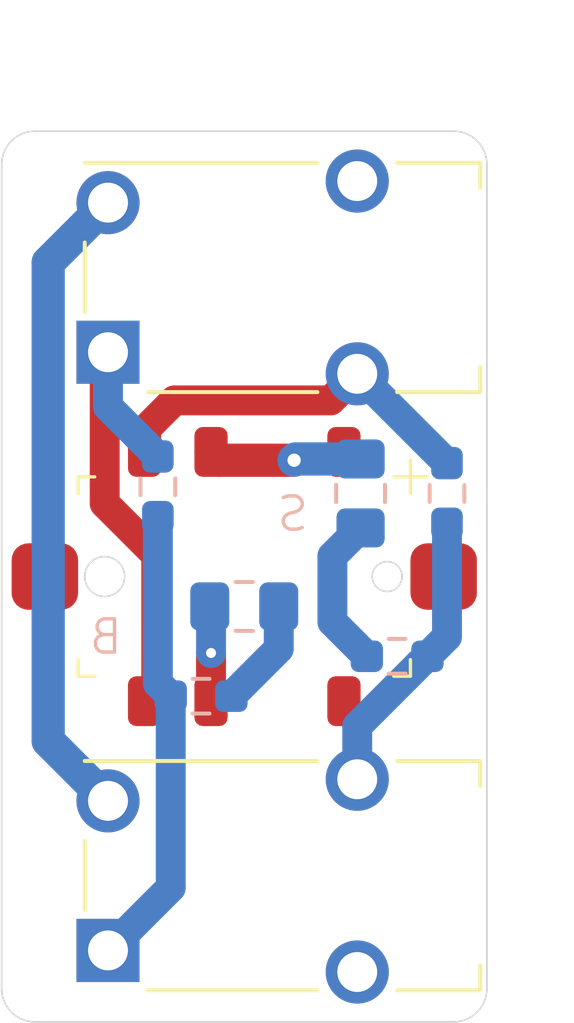
<source format=kicad_pcb>
(kicad_pcb (version 20221018) (generator pcbnew)
  (layers (0 "F.Cu" signal) (31 "B.Cu" signal) (34 "B.Paste" user) (35 "F.Paste" user) (36 "B.SilkS" user "B.Silkscreen") (37 "F.SilkS" user "F.Silkscreen") (38 "B.Mask" user) (39 "F.Mask" user) (44 "Edge.Cuts" user))
  (net 0 "")
  (net 1 "Net-(J2-PadR)")
  (net 2 "Net-(C1-Pad2)")
  (net 3 "Net-(C2-Pad2)")
  (net 4 "Net-(J2-PadT)")
  (net 5 "Net-(C2-Pad1)")
  (net 6 "Net-(J1-PadT)")
  (net 7 "Net-(J1-PadR)")
  (net 10 "Net-(J1-PadS)")
  (net 11 "Net-(C1-Pad1)")
  (footprint "Connector_Audio:Jack_3.5mm_Switronic_ST-005-G_horizontal" (layer "F.Cu") (at 2.4 -9 180)
    (fp_text reference "J1" hide)
    (fp_text value "AudioJack3")
    (fp_line (start -4.7 -3.45) (end -2.2 -3.45) (stroke (width 0.12)) (layer "F.SilkS"))
    (fp_line (start -4.7 -2.7) (end -4.7 -3.45) (stroke (width 0.12)) (layer "F.SilkS"))
    (fp_line (start -4.7 3.45) (end -4.7 2.7) (stroke (width 0.12)) (layer "F.SilkS"))
    (fp_line (start -2.2 3.45) (end -4.7 3.45) (stroke (width 0.12)) (layer "F.SilkS"))
    (fp_line (start 0.2 -3.45) (end 5.3 -3.45) (stroke (width 0.12)) (layer "F.SilkS"))
    (fp_line (start 0.2 3.45) (end 7.2 3.45) (stroke (width 0.12)) (layer "F.SilkS"))
    (fp_line (start 7.2 -1.05) (end 7.2 1.05) (stroke (width 0.12)) (layer "F.SilkS"))
    (pad "" np_thru_hole circle (at 2.5 -2.5 180) (size 1 1) (drill 1) (layers "*.Cu" "*.Mask"))
    (pad "" np_thru_hole circle (at 2.5 2.5 180) (size 1 1) (drill 1) (layers "*.Cu" "*.Mask"))
    (pad "R" thru_hole rect (at 6.5 -2.25 180) (size 1.9 1.9) (drill 1.2) (layers "*.Cu" "*.Mask") (net 7 "Net-(J1-PadR)"))
    (pad "S" thru_hole circle (at 6.5 2.25 180) (size 1.9 1.9) (drill 1.2) (layers "*.Cu" "*.Mask") (net 10 "Net-(J1-PadS)"))
    (pad "T" thru_hole circle (at -1 -2.9 180) (size 1.9 1.9) (drill 1.2) (layers "*.Cu" "*.Mask") (net 6 "Net-(J1-PadT)"))
    (pad "T" thru_hole circle (at -1 2.9 180) (size 1.9 1.9) (drill 1.2) (layers "*.Cu" "*.Mask") (net 6 "Net-(J1-PadT)"))
  )
  (footprint "mylib:CMS-2202TB" (layer "F.Cu") (at 0 0 180)
    (fp_text reference "SW1" hide)
    (fp_text value "~")
    (fp_line (start -5 -3) (end -5 -2.5) (stroke (width 0.1)) (layer "F.SilkS"))
    (fp_line (start -5 -3) (end -4.5 -3) (stroke (width 0.1)) (layer "F.SilkS"))
    (fp_line (start -5 3) (end -5.5 3) (stroke (width 0.1)) (layer "F.SilkS"))
    (fp_line (start -5 3) (end -5 2.5) (stroke (width 0.1)) (layer "F.SilkS"))
    (fp_line (start -5 3) (end -5 3.5) (stroke (width 0.1)) (layer "F.SilkS"))
    (fp_line (start -5 3) (end -4.5 3) (stroke (width 0.1)) (layer "F.SilkS"))
    (fp_line (start 4.5 -3) (end 5 -3) (stroke (width 0.1)) (layer "F.SilkS"))
    (fp_line (start 5 -3) (end 5 -2.5) (stroke (width 0.1)) (layer "F.SilkS"))
    (fp_line (start 5 3) (end 4.5 3) (stroke (width 0.1)) (layer "F.SilkS"))
    (fp_line (start 5 3) (end 5 2.5) (stroke (width 0.1)) (layer "F.SilkS"))
    (fp_circle (center -4.3 0) (end -3.85 0) (stroke (width 0.05)) (fill none) (layer "Edge.Cuts"))
    (fp_circle (center 4.2 0) (end 4.8 0) (stroke (width 0.05)) (fill none) (layer "Edge.Cuts"))
    (pad "" smd roundrect (at -6 0 180) (size 2 2) (layers "F.Cu" "F.Paste" "F.Mask"))
    (pad "" smd roundrect (at 6 0 180) (size 2 2) (layers "F.Cu" "F.Paste" "F.Mask"))
    (pad "1" smd roundrect (at -3 3.75 180) (size 1 1.5) (layers "F.Cu" "F.Paste" "F.Mask"))
    (pad "2" smd roundrect (at 1 3.75 180) (size 1 1.5) (layers "F.Cu" "F.Paste" "F.Mask") (net 5 "Net-(C2-Pad1)"))
    (pad "3" smd roundrect (at 3 3.75 180) (size 1 1.5) (layers "F.Cu" "F.Paste" "F.Mask") (net 6 "Net-(J1-PadT)"))
    (pad "4" smd roundrect (at -3 -3.75 180) (size 1 1.5) (layers "F.Cu" "F.Paste" "F.Mask"))
    (pad "5" smd roundrect (at 1 -3.75 180) (size 1 1.5) (layers "F.Cu" "F.Paste" "F.Mask") (net 11 "Net-(C1-Pad1)"))
    (pad "6" smd roundrect (at 3 -3.75 180) (size 1 1.5) (layers "F.Cu" "F.Paste" "F.Mask") (net 7 "Net-(J1-PadR)"))
  )
  (footprint "Connector_Audio:Jack_3.5mm_Switronic_ST-005-G_horizontal" (layer "F.Cu") (at 2.4 9 180)
    (fp_text reference "J2" hide)
    (fp_text value "AudioJack3")
    (fp_line (start -4.7 -3.45) (end -2.2 -3.45) (stroke (width 0.12)) (layer "F.SilkS"))
    (fp_line (start -4.7 -2.7) (end -4.7 -3.45) (stroke (width 0.12)) (layer "F.SilkS"))
    (fp_line (start -4.7 3.45) (end -4.7 2.7) (stroke (width 0.12)) (layer "F.SilkS"))
    (fp_line (start -2.2 3.45) (end -4.7 3.45) (stroke (width 0.12)) (layer "F.SilkS"))
    (fp_line (start 0.2 -3.45) (end 5.3 -3.45) (stroke (width 0.12)) (layer "F.SilkS"))
    (fp_line (start 0.2 3.45) (end 7.2 3.45) (stroke (width 0.12)) (layer "F.SilkS"))
    (fp_line (start 7.2 -1.05) (end 7.2 1.05) (stroke (width 0.12)) (layer "F.SilkS"))
    (pad "" np_thru_hole circle (at 2.5 -2.5 180) (size 1 1) (drill 1) (layers "*.Cu" "*.Mask"))
    (pad "" np_thru_hole circle (at 2.5 2.5 180) (size 1 1) (drill 1) (layers "*.Cu" "*.Mask"))
    (pad "R" thru_hole rect (at 6.5 -2.25 180) (size 1.9 1.9) (drill 1.2) (layers "*.Cu" "*.Mask") (net 1 "Net-(J2-PadR)"))
    (pad "S" thru_hole circle (at 6.5 2.25 180) (size 1.9 1.9) (drill 1.2) (layers "*.Cu" "*.Mask") (net 10 "Net-(J1-PadS)"))
    (pad "T" thru_hole circle (at -1 -2.9 180) (size 1.9 1.9) (drill 1.2) (layers "*.Cu" "*.Mask") (net 4 "Net-(J2-PadT)"))
    (pad "T" thru_hole circle (at -1 2.9 180) (size 1.9 1.9) (drill 1.2) (layers "*.Cu" "*.Mask") (net 4 "Net-(J2-PadT)"))
  )
  (footprint "Resistor_SMD:R_0603_1608Metric_Pad0.98x0.95mm_HandSolder" (layer "B.Cu") (at 6.1 -2.5 -90)
    (fp_text reference "R4" hide)
    (fp_text value "100" hide)
    (fp_line (start -0.254724 -0.5225) (end 0.254724 -0.5225) (stroke (width 0.12)) (layer "B.SilkS"))
    (fp_line (start -0.254724 0.5225) (end 0.254724 0.5225) (stroke (width 0.12)) (layer "B.SilkS"))
    (pad "1" smd roundrect (at -0.9125 0 270) (size 0.975 0.95) (layers "B.Cu" "B.Paste" "B.Mask") (net 6 "Net-(J1-PadT)"))
    (pad "2" smd roundrect (at 0.9125 0 270) (size 0.975 0.95) (layers "B.Cu" "B.Paste" "B.Mask") (net 4 "Net-(J2-PadT)"))
  )
  (footprint "Capacitor_SMD:C_0805_2012Metric_Pad1.18x1.45mm_HandSolder" (layer "B.Cu") (at 3.5 -2.5 -90)
    (fp_text reference "C2" hide)
    (fp_text value "0.22u" hide)
    (fp_line (start -0.261252 -0.735) (end 0.261252 -0.735) (stroke (width 0.12)) (layer "B.SilkS"))
    (fp_line (start -0.261252 0.735) (end 0.261252 0.735) (stroke (width 0.12)) (layer "B.SilkS"))
    (pad "1" smd roundrect (at -1.0375 0 270) (size 1.175 1.45) (layers "B.Cu" "B.Paste" "B.Mask") (roundrect_rratio 0.2127659574) (net 5 "Net-(C2-Pad1)"))
    (pad "2" smd roundrect (at 1.0375 0 270) (size 1.175 1.45) (layers "B.Cu" "B.Paste" "B.Mask") (roundrect_rratio 0.2127659574) (net 3 "Net-(C2-Pad2)"))
  )
  (footprint "Resistor_SMD:R_0603_1608Metric_Pad0.98x0.95mm_HandSolder" (layer "B.Cu") (at -1.3 3.6 180)
    (fp_text reference "R2" hide)
    (fp_text value "100" hide)
    (fp_line (start -0.254724 -0.5225) (end 0.254724 -0.5225) (stroke (width 0.12)) (layer "B.SilkS"))
    (fp_line (start -0.254724 0.5225) (end 0.254724 0.5225) (stroke (width 0.12)) (layer "B.SilkS"))
    (pad "1" smd roundrect (at -0.9125 0 180) (size 0.975 0.95) (layers "B.Cu" "B.Paste" "B.Mask") (net 2 "Net-(C1-Pad2)"))
    (pad "2" smd roundrect (at 0.9125 0 180) (size 0.975 0.95) (layers "B.Cu" "B.Paste" "B.Mask") (net 1 "Net-(J2-PadR)"))
  )
  (footprint "Resistor_SMD:R_0603_1608Metric_Pad0.98x0.95mm_HandSolder" (layer "B.Cu") (at -2.6 -2.7 -90)
    (fp_text reference "R1" hide)
    (fp_text value "100" hide)
    (fp_line (start -0.254724 -0.5225) (end 0.254724 -0.5225) (stroke (width 0.12)) (layer "B.SilkS"))
    (fp_line (start -0.254724 0.5225) (end 0.254724 0.5225) (stroke (width 0.12)) (layer "B.SilkS"))
    (pad "1" smd roundrect (at -0.9125 0 270) (size 0.975 0.95) (layers "B.Cu" "B.Paste" "B.Mask") (net 7 "Net-(J1-PadR)"))
    (pad "2" smd roundrect (at 0.9125 0 270) (size 0.975 0.95) (layers "B.Cu" "B.Paste" "B.Mask") (net 1 "Net-(J2-PadR)"))
  )
  (footprint "Resistor_SMD:R_0603_1608Metric_Pad0.98x0.95mm_HandSolder" (layer "B.Cu") (at 4.6 2.4)
    (fp_text reference "R3" hide)
    (fp_text value "100" hide)
    (fp_line (start -0.254724 -0.5225) (end 0.254724 -0.5225) (stroke (width 0.12)) (layer "B.SilkS"))
    (fp_line (start -0.254724 0.5225) (end 0.254724 0.5225) (stroke (width 0.12)) (layer "B.SilkS"))
    (pad "1" smd roundrect (at -0.9125 0) (size 0.975 0.95) (layers "B.Cu" "B.Paste" "B.Mask") (net 3 "Net-(C2-Pad2)"))
    (pad "2" smd roundrect (at 0.9125 0) (size 0.975 0.95) (layers "B.Cu" "B.Paste" "B.Mask") (net 4 "Net-(J2-PadT)"))
  )
  (footprint "Capacitor_SMD:C_0805_2012Metric_Pad1.18x1.45mm_HandSolder" (layer "B.Cu") (at 0 0.9)
    (fp_text reference "C1" hide)
    (fp_text value "0.22u" hide)
    (fp_line (start -0.261252 -0.735) (end 0.261252 -0.735) (stroke (width 0.12)) (layer "B.SilkS"))
    (fp_line (start -0.261252 0.735) (end 0.261252 0.735) (stroke (width 0.12)) (layer "B.SilkS"))
    (pad "1" smd roundrect (at -1.0375 0) (size 1.175 1.45) (layers "B.Cu" "B.Paste" "B.Mask") (roundrect_rratio 0.2127659574) (net 11 "Net-(C1-Pad1)"))
    (pad "2" smd roundrect (at 1.0375 0) (size 1.175 1.45) (layers "B.Cu" "B.Paste" "B.Mask") (roundrect_rratio 0.2127659574) (net 2 "Net-(C1-Pad2)"))
  )
  (gr_line (start -6.3 -13.4) (end 6.3 -13.4) (stroke (width 0.05)) (layer "Edge.Cuts"))
  (gr_arc (start 6.3 -13.4) (mid 7.007107 -13.107107) (end 7.3 -12.4) (stroke (width 0.05)) (layer "Edge.Cuts"))
  (gr_line (start 7.3 -12.4) (end 7.3 12.4) (stroke (width 0.05)) (layer "Edge.Cuts"))
  (gr_arc (start 7.3 12.4) (mid 7.007107 13.107107) (end 6.3 13.4) (stroke (width 0.05)) (layer "Edge.Cuts"))
  (gr_arc (start -6.3 13.4) (mid -7.007107 13.107107) (end -7.3 12.4) (stroke (width 0.05)) (layer "Edge.Cuts"))
  (gr_line (start -7.3 12.4) (end -7.3 -12.4) (stroke (width 0.05)) (layer "Edge.Cuts"))
  (gr_arc (start -7.3 -12.4) (mid -7.007107 -13.107107) (end -6.3 -13.4) (stroke (width 0.05)) (layer "Edge.Cuts"))
  (gr_line (start 6.3 13.4) (end -6.3 13.4) (stroke (width 0.05)) (layer "Edge.Cuts"))
  (gr_text "S" (at 2 -1.3) (layer "B.SilkS") (effects (font (size 1 1) (thickness 0.1)) (justify left bottom mirror)))
  (gr_text "B" (at -3.6 2.4) (layer "B.SilkS") (effects (font (size 1 1) (thickness 0.1)) (justify left bottom mirror)))
  (segment (start -2.6 -1.7875) (end -2.6 3.2125) (width 0.9) (layer "B.Cu") (net 1))
  (segment (start -2.2125 9.3625) (end -2.2125 3.6) (width 0.9) (layer "B.Cu") (net 1))
  (segment (start -4.1 11.25) (end -2.2125 9.3625) (width 0.9) (layer "B.Cu") (net 1))
  (segment (start -2.6 3.2125) (end -2.2125 3.6) (width 0.9) (layer "B.Cu") (net 1))
  (segment (start 1.0375 2.175) (end -0.3875 3.6) (width 0.9) (layer "B.Cu") (net 2))
  (segment (start 1.0375 0.9) (end 1.0375 2.175) (width 0.9) (layer "B.Cu") (net 2))
  (segment (start 2.652208 -0.614708) (end 2.652208 1.364708) (width 0.9) (layer "B.Cu") (net 3))
  (segment (start 3.5 -1.4625) (end 2.652208 -0.614708) (width 0.9) (layer "B.Cu") (net 3))
  (segment (start 2.652208 1.364708) (end 3.6875 2.4) (width 0.9) (layer "B.Cu") (net 3))
  (segment (start 3.4 4.5) (end 5.5 2.4) (width 0.9) (layer "B.Cu") (net 4))
  (segment (start 5.5 2.4) (end 5.5125 2.4) (width 0.9) (layer "B.Cu") (net 4))
  (segment (start 6.1 -1.5875) (end 6.1 1.8125) (width 0.9) (layer "B.Cu") (net 4))
  (segment (start 6.1 1.8125) (end 5.5125 2.4) (width 0.9) (layer "B.Cu") (net 4))
  (segment (start 3.4 6.1) (end 3.4 4.5) (width 0.9) (layer "B.Cu") (net 4))
  (segment (start 1.5 -3.5) (end -0.75 -3.5) (width 1) (layer "F.Cu") (net 5))
  (segment (start -0.75 -3.5) (end -1 -3.75) (width 1) (layer "F.Cu") (net 5))
  (via (at 1.5 -3.5) (size 0.8) (drill 0.4) (layers "F.Cu" "B.Cu") (net 5))
  (segment (start 1.5375 -3.5375) (end 1.5 -3.5) (width 1) (layer "B.Cu") (net 5))
  (segment (start 3.5 -3.5375) (end 1.5375 -3.5375) (width 1) (layer "B.Cu") (net 5))
  (segment (start 2.6 -5.3) (end 3.4 -6.1) (width 0.9) (layer "F.Cu") (net 6))
  (segment (start -2.1 -5.3) (end 2.6 -5.3) (width 0.9) (layer "F.Cu") (net 6))
  (segment (start -3 -3.75) (end -3 -4.4) (width 0.9) (layer "F.Cu") (net 6))
  (segment (start -3 -4.4) (end -2.1 -5.3) (width 0.9) (layer "F.Cu") (net 6))
  (segment (start 3.4125 -6.1) (end 6.1 -3.4125) (width 0.9) (layer "B.Cu") (net 6))
  (segment (start 3.4 -6.1) (end 3.4125 -6.1) (width 0.9) (layer "B.Cu") (net 6))
  (segment (start -2.647567 3.397567) (end -2.647567 -0.647567) (width 0.9) (layer "F.Cu") (net 7))
  (segment (start -4.2 -2.2) (end -4.2 -6.65) (width 0.9) (layer "F.Cu") (net 7))
  (segment (start -2.647567 -0.647567) (end -4.2 -2.2) (width 0.9) (layer "F.Cu") (net 7))
  (segment (start -4.2 -6.65) (end -4.1 -6.75) (width 0.9) (layer "F.Cu") (net 7))
  (segment (start -3 3.75) (end -2.647567 3.397567) (width 0.9) (layer "F.Cu") (net 7))
  (segment (start -4.1 -6.75) (end -4.1 -5.1125) (width 0.9) (layer "B.Cu") (net 7))
  (segment (start -4.1 -5.1125) (end -2.6 -3.6125) (width 0.9) (layer "B.Cu") (net 7))
  (segment (start -5.9 4.95) (end -4.1 6.75) (width 1) (layer "B.Cu") (net 10))
  (segment (start -5.9 -9.45) (end -5.9 4.95) (width 1) (layer "B.Cu") (net 10))
  (segment (start -4.1 -11.25) (end -5.9 -9.45) (width 1) (layer "B.Cu") (net 10))
  (segment (start -1 3.75) (end -1 2.3) (width 0.9) (layer "F.Cu") (net 11))
  (via (at -1 2.3) (size 0.6) (drill 0.3) (layers "F.Cu" "B.Cu") (net 11))
  (segment (start -1 2.3) (end -1 0.9375) (width 0.9) (layer "B.Cu") (net 11))
  (segment (start -1 0.9375) (end -1.0375 0.9) (width 0.9) (layer "B.Cu") (net 11))
)
</source>
